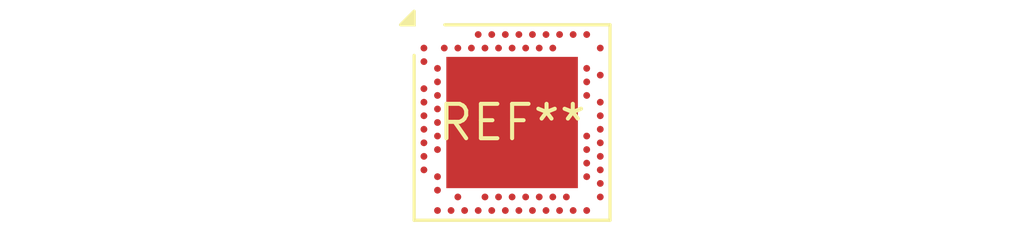
<source format=kicad_pcb>
(kicad_pcb (version 20240108) (generator pcbnew)
  (layers (0 "F.Cu" signal) (31 "B.Cu" signal) (34 "B.Paste" user) (35 "F.Paste" user) (36 "B.SilkS" user "B.Silkscreen") (37 "F.SilkS" user "F.Silkscreen") (38 "B.Mask" user) (39 "F.Mask" user) (44 "Edge.Cuts" user))
  (net 0 "")
  (footprint "Nordic_AQFN-73-1EP_7x7mm_P0.5mm" (layer "F.Cu") (at 0 0)
    (property "Reference" "REF**")
    (property "Value" "Nordic_AQFN-73-1EP_7x7mm_P0.5mm")
    (fp_line (start -3.61 -2.48) (end -3.61 3.61) (layer "F.SilkS") (stroke (width 0.12)))
    (fp_line (start -3.61 3.61) (end 3.61 3.61) (layer "F.SilkS") (stroke (width 0.12)))
    (fp_line (start 3.61 -3.61) (end -2.48 -3.61) (layer "F.SilkS") (stroke (width 0.12)))
    (fp_line (start 3.61 3.61) (end 3.61 -3.61) (layer "F.SilkS") (stroke (width 0.12)))
    (fp_poly (pts (xy -3.61 -3.61) (xy -4.11 -3.61) (xy -3.61 -4.11) (xy -3.61 -3.61)) (layer "F.SilkS") (stroke (width 0.12)) (fill solid))
    (pad "A8" smd circle (at -1.25 -3.25 180) (size 0.25 0.25) (property pad_prop_bga) (layers "F.Cu" "F.Paste" "F.Mask"))
    (pad "A10" smd circle (at -0.75 -3.25 180) (size 0.25 0.25) (property pad_prop_bga) (layers "F.Cu" "F.Paste" "F.Mask"))
    (pad "A12" smd circle (at -0.25 -3.25 180) (size 0.25 0.25) (property pad_prop_bga) (layers "F.Cu" "F.Paste" "F.Mask"))
    (pad "A14" smd circle (at 0.25 -3.25 180) (size 0.25 0.25) (property pad_prop_bga) (layers "F.Cu" "F.Paste" "F.Mask"))
    (pad "A16" smd circle (at 0.75 -3.25 180) (size 0.25 0.25) (property pad_prop_bga) (layers "F.Cu" "F.Paste" "F.Mask"))
    (pad "A18" smd circle (at 1.25 -3.25 180) (size 0.25 0.25) (property pad_prop_bga) (layers "F.Cu" "F.Paste" "F.Mask"))
    (pad "A20" smd circle (at 1.75 -3.25 180) (size 0.25 0.25) (property pad_prop_bga) (layers "F.Cu" "F.Paste" "F.Mask"))
    (pad "A22" smd circle (at 2.25 -3.25 180) (size 0.25 0.25) (property pad_prop_bga) (layers "F.Cu" "F.Paste" "F.Mask"))
    (pad "A23" smd circle (at 2.75 -3.25 180) (size 0.25 0.25) (property pad_prop_bga) (layers "F.Cu" "F.Paste" "F.Mask"))
    (pad "AA24" smd circle (at 3.25 2.25 180) (size 0.25 0.25) (property pad_prop_bga) (layers "F.Cu" "F.Paste" "F.Mask"))
    (pad "AB2" smd circle (at -2.75 2.5 180) (size 0.25 0.25) (property pad_prop_bga) (layers "F.Cu" "F.Paste" "F.Mask"))
    (pad "AC5" smd circle (at -2 2.75 180) (size 0.25 0.25) (property pad_prop_bga) (layers "F.Cu" "F.Paste" "F.Mask"))
    (pad "AC9" smd circle (at -1 2.75 180) (size 0.25 0.25) (property pad_prop_bga) (layers "F.Cu" "F.Paste" "F.Mask"))
    (pad "AC11" smd circle (at -0.5 2.75 180) (size 0.25 0.25) (property pad_prop_bga) (layers "F.Cu" "F.Paste" "F.Mask"))
    (pad "AC13" smd circle (at 0 2.75 180) (size 0.25 0.25) (property pad_prop_bga) (layers "F.Cu" "F.Paste" "F.Mask"))
    (pad "AC15" smd circle (at 0.5 2.75 180) (size 0.25 0.25) (property pad_prop_bga) (layers "F.Cu" "F.Paste" "F.Mask"))
    (pad "AC17" smd circle (at 1 2.75 180) (size 0.25 0.25) (property pad_prop_bga) (layers "F.Cu" "F.Paste" "F.Mask"))
    (pad "AC19" smd circle (at 1.5 2.75 180) (size 0.25 0.25) (property pad_prop_bga) (layers "F.Cu" "F.Paste" "F.Mask"))
    (pad "AC21" smd circle (at 2 2.75 180) (size 0.25 0.25) (property pad_prop_bga) (layers "F.Cu" "F.Paste" "F.Mask"))
    (pad "AC24" smd circle (at 3.25 2.75 180) (size 0.25 0.25) (property pad_prop_bga) (layers "F.Cu" "F.Paste" "F.Mask"))
    (pad "AD2" smd circle (at -2.75 3.25 180) (size 0.25 0.25) (property pad_prop_bga) (layers "F.Cu" "F.Paste" "F.Mask"))
    (pad "AD4" smd circle (at -2.25 3.25 180) (size 0.25 0.25) (property pad_prop_bga) (layers "F.Cu" "F.Paste" "F.Mask"))
    (pad "AD6" smd circle (at -1.75 3.25 180) (size 0.25 0.25) (property pad_prop_bga) (layers "F.Cu" "F.Paste" "F.Mask"))
    (pad "AD8" smd circle (at -1.25 3.25 180) (size 0.25 0.25) (property pad_prop_bga) (layers "F.Cu" "F.Paste" "F.Mask"))
    (pad "AD10" smd circle (at -0.75 3.25 180) (size 0.25 0.25) (property pad_prop_bga) (layers "F.Cu" "F.Paste" "F.Mask"))
    (pad "AD12" smd circle (at -0.25 3.25 180) (size 0.25 0.25) (property pad_prop_bga) (layers "F.Cu" "F.Paste" "F.Mask"))
    (pad "AD14" smd circle (at 0.25 3.25 180) (size 0.25 0.25) (property pad_prop_bga) (layers "F.Cu" "F.Paste" "F.Mask"))
    (pad "AD16" smd circle (at 0.75 3.25 180) (size 0.25 0.25) (property pad_prop_bga) (layers "F.Cu" "F.Paste" "F.Mask"))
    (pad "AD18" smd circle (at 1.25 3.25 180) (size 0.25 0.25) (property pad_prop_bga) (layers "F.Cu" "F.Paste" "F.Mask"))
    (pad "AD20" smd circle (at 1.75 3.25 180) (size 0.25 0.25) (property pad_prop_bga) (layers "F.Cu" "F.Paste" "F.Mask"))
    (pad "AD22" smd circle (at 2.25 3.25 180) (size 0.25 0.25) (property pad_prop_bga) (layers "F.Cu" "F.Paste" "F.Mask"))
    (pad "AD23" smd circle (at 2.75 3.25 180) (size 0.25 0.25) (property pad_prop_bga) (layers "F.Cu" "F.Paste" "F.Mask"))
    (pad "B1" smd circle (at -3.25 -2.75 180) (size 0.25 0.25) (property pad_prop_bga) (layers "F.Cu" "F.Paste" "F.Mask"))
    (pad "B3" smd circle (at -2.5 -2.75 180) (size 0.25 0.25) (property pad_prop_bga) (layers "F.Cu" "F.Paste" "F.Mask"))
    (pad "B5" smd circle (at -2 -2.75 180) (size 0.25 0.25) (property pad_prop_bga) (layers "F.Cu" "F.Paste" "F.Mask"))
    (pad "B7" smd circle (at -1.5 -2.75 180) (size 0.25 0.25) (property pad_prop_bga) (layers "F.Cu" "F.Paste" "F.Mask"))
    (pad "B9" smd circle (at -1 -2.75 180) (size 0.25 0.25) (property pad_prop_bga) (layers "F.Cu" "F.Paste" "F.Mask"))
    (pad "B11" smd circle (at -0.5 -2.75 180) (size 0.25 0.25) (property pad_prop_bga) (layers "F.Cu" "F.Paste" "F.Mask"))
    (pad "B13" smd circle (at 0 -2.75 180) (size 0.25 0.25) (property pad_prop_bga) (layers "F.Cu" "F.Paste" "F.Mask"))
    (pad "B15" smd circle (at 0.5 -2.75 180) (size 0.25 0.25) (property pad_prop_bga) (layers "F.Cu" "F.Paste" "F.Mask"))
    (pad "B17" smd circle (at 1 -2.75 180) (size 0.25 0.25) (property pad_prop_bga) (layers "F.Cu" "F.Paste" "F.Mask"))
    (pad "B19" smd circle (at 1.5 -2.75 180) (size 0.25 0.25) (property pad_prop_bga) (layers "F.Cu" "F.Paste" "F.Mask"))
    (pad "B24" smd circle (at 3.25 -2.75 180) (size 0.25 0.25) (property pad_prop_bga) (layers "F.Cu" "F.Paste" "F.Mask"))
    (pad "C1" smd circle (at -3.25 -2.25 180) (size 0.25 0.25) (property pad_prop_bga) (layers "F.Cu" "F.Paste" "F.Mask"))
    (pad "D2" smd circle (at -2.75 -2 180) (size 0.25 0.25) (property pad_prop_bga) (layers "F.Cu" "F.Paste" "F.Mask"))
    (pad "D23" smd circle (at 2.75 -2 180) (size 0.25 0.25) (property pad_prop_bga) (layers "F.Cu" "F.Paste" "F.Mask"))
    (pad "E24" smd circle (at 3.25 -1.75 180) (size 0.25 0.25) (property pad_prop_bga) (layers "F.Cu" "F.Paste" "F.Mask"))
    (pad "EP" smd rect (at 0 0 180) (size 4.85 4.85) (layers "F.Cu" "F.Mask"))
    (pad "F2" smd circle (at -2.75 -1.5 180) (size 0.25 0.25) (property pad_prop_bga) (layers "F.Cu" "F.Paste" "F.Mask"))
    (pad "F23" smd circle (at 2.75 -1.5 180) (size 0.25 0.25) (property pad_prop_bga) (layers "F.Cu" "F.Paste" "F.Mask"))
    (pad "G1" smd circle (at -3.25 -1.25 180) (size 0.25 0.25) (property pad_prop_bga) (layers "F.Cu" "F.Paste" "F.Mask"))
    (pad "H2" smd circle (at -2.75 -1 180) (size 0.25 0.25) (property pad_prop_bga) (layers "F.Cu" "F.Paste" "F.Mask"))
    (pad "H23" smd circle (at 2.75 -1 180) (size 0.25 0.25) (property pad_prop_bga) (layers "F.Cu" "F.Paste" "F.Mask"))
    (pad "J1" smd circle (at -3.25 -0.75 180) (size 0.25 0.25) (property pad_prop_bga) (layers "F.Cu" "F.Paste" "F.Mask"))
    (pad "J24" smd circle (at 3.25 -0.75 180) (size 0.25 0.25) (property pad_prop_bga) (layers "F.Cu" "F.Paste" "F.Mask"))
    (pad "K2" smd circle (at -2.75 -0.5 180) (size 0.25 0.25) (property pad_prop_bga) (layers "F.Cu" "F.Paste" "F.Mask"))
    (pad "L1" smd circle (at -3.25 -0.25 180) (size 0.25 0.25) (property pad_prop_bga) (layers "F.Cu" "F.Paste" "F.Mask"))
    (pad "L24" smd circle (at 3.25 -0.25 180) (size 0.25 0.25) (property pad_prop_bga) (layers "F.Cu" "F.Paste" "F.Mask"))
    (pad "M2" smd circle (at -2.75 0 180) (size 0.25 0.25) (property pad_prop_bga) (layers "F.Cu" "F.Paste" "F.Mask"))
    (pad "N1" smd circle (at -3.25 0.25 180) (size 0.25 0.25) (property pad_prop_bga) (layers "F.Cu" "F.Paste" "F.Mask"))
    (pad "N24" smd circle (at 3.25 0.25 180) (size 0.25 0.25) (property pad_prop_bga) (layers "F.Cu" "F.Paste" "F.Mask"))
    (pad "P2" smd circle (at -2.75 0.5 180) (size 0.25 0.25) (property pad_prop_bga) (layers "F.Cu" "F.Paste" "F.Mask"))
    (pad "P23" smd circle (at 2.75 0.5 180) (size 0.25 0.25) (property pad_prop_bga) (layers "F.Cu" "F.Paste" "F.Mask"))
    (pad "R1" smd circle (at -3.25 0.75 180) (size 0.25 0.25) (property pad_prop_bga) (layers "F.Cu" "F.Paste" "F.Mask"))
    (pad "R24" smd circle (at 3.25 0.75 180) (size 0.25 0.25) (property pad_prop_bga) (layers "F.Cu" "F.Paste" "F.Mask"))
    (pad "T2" smd circle (at -2.75 1 180) (size 0.25 0.25) (property pad_prop_bga) (layers "F.Cu" "F.Paste" "F.Mask"))
    (pad "T23" smd circle (at 2.75 1 180) (size 0.25 0.25) (property pad_prop_bga) (layers "F.Cu" "F.Paste" "F.Mask"))
    (pad "U1" smd circle (at -3.25 1.25 180) (size 0.25 0.25) (property pad_prop_bga) (layers "F.Cu" "F.Paste" "F.Mask"))
    (pad "U24" smd circle (at 3.25 1.25 180) (size 0.25 0.25) (property pad_prop_bga) (layers "F.Cu" "F.Paste" "F.Mask"))
    (pad "V23" smd circle (at 2.75 1.5 180) (size 0.25 0.25) (property pad_prop_bga) (layers "F.Cu" "F.Paste" "F.Mask"))
    (pad "W1" smd circle (at -3.25 1.75 180) (size 0.25 0.25) (property pad_prop_bga) (layers "F.Cu" "F.Paste" "F.Mask"))
    (pad "W24" smd circle (at 3.25 1.75 180) (size 0.25 0.25) (property pad_prop_bga) (layers "F.Cu" "F.Paste" "F.Mask"))
    (pad "Y2" smd circle (at -2.75 2 180) (size 0.25 0.25) (property pad_prop_bga) (layers "F.Cu" "F.Paste" "F.Mask"))
    (pad "Y23" smd circle (at 2.75 2 180) (size 0.25 0.25) (property pad_prop_bga) (layers "F.Cu" "F.Paste" "F.Mask"))
  )
)
</source>
